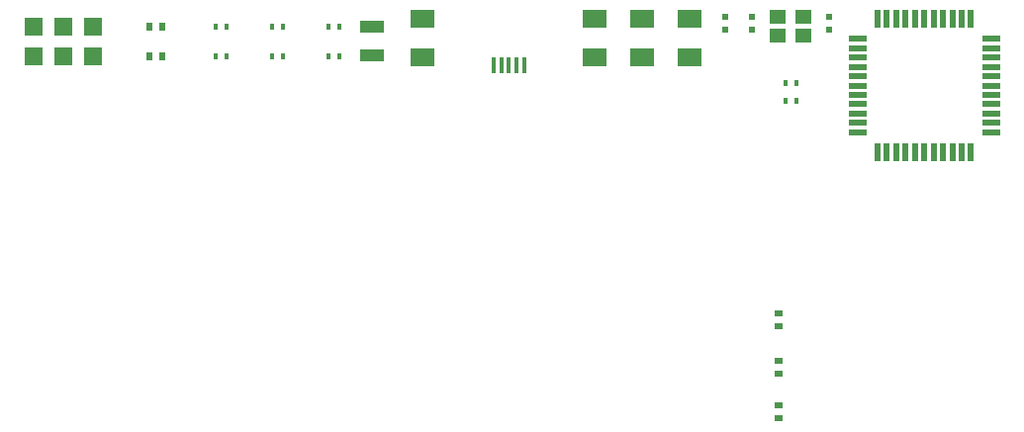
<source format=gbr>
G04 #@! TF.FileFunction,Paste,Bot*
%FSLAX46Y46*%
G04 Gerber Fmt 4.6, Leading zero omitted, Abs format (unit mm)*
G04 Created by KiCad (PCBNEW 4.0.4-stable) date Monday, 16 January 2017 'PMt' 22:58:57*
%MOMM*%
%LPD*%
G01*
G04 APERTURE LIST*
%ADD10C,0.100000*%
%ADD11R,1.500000X0.550000*%
%ADD12R,0.550000X1.500000*%
%ADD13R,0.400000X1.350000*%
%ADD14R,0.400000X0.600000*%
%ADD15R,0.700000X0.600000*%
%ADD16R,0.600000X0.700000*%
%ADD17R,2.032000X1.524000*%
%ADD18R,0.500000X0.600000*%
%ADD19R,2.029460X1.140460*%
%ADD20R,1.400000X1.200000*%
G04 APERTURE END LIST*
D10*
D11*
X191912000Y-82740000D03*
X191912000Y-81940000D03*
X191912000Y-81140000D03*
X191912000Y-80340000D03*
X191912000Y-79540000D03*
X191912000Y-78740000D03*
X191912000Y-77940000D03*
X191912000Y-77140000D03*
X191912000Y-76340000D03*
X191912000Y-75540000D03*
X191912000Y-74740000D03*
D12*
X193612000Y-73040000D03*
X194412000Y-73040000D03*
X195212000Y-73040000D03*
X196012000Y-73040000D03*
X196812000Y-73040000D03*
X197612000Y-73040000D03*
X198412000Y-73040000D03*
X199212000Y-73040000D03*
X200012000Y-73040000D03*
X200812000Y-73040000D03*
X201612000Y-73040000D03*
D11*
X203312000Y-74740000D03*
X203312000Y-75540000D03*
X203312000Y-76340000D03*
X203312000Y-77140000D03*
X203312000Y-77940000D03*
X203312000Y-78740000D03*
X203312000Y-79540000D03*
X203312000Y-80340000D03*
X203312000Y-81140000D03*
X203312000Y-81940000D03*
X203312000Y-82740000D03*
D12*
X201612000Y-84440000D03*
X200812000Y-84440000D03*
X200012000Y-84440000D03*
X199212000Y-84440000D03*
X198412000Y-84440000D03*
X197612000Y-84440000D03*
X196812000Y-84440000D03*
X196012000Y-84440000D03*
X195212000Y-84440000D03*
X194412000Y-84440000D03*
X193612000Y-84440000D03*
D13*
X160751100Y-77000540D03*
X161401100Y-77000540D03*
X162051100Y-77000540D03*
X162701100Y-77000540D03*
X163351100Y-77000540D03*
D14*
X186632000Y-78486000D03*
X185732000Y-78486000D03*
X186632000Y-80010000D03*
X185732000Y-80010000D03*
X137864000Y-73660000D03*
X136964000Y-73660000D03*
X136964000Y-76200000D03*
X137864000Y-76200000D03*
X142690000Y-73660000D03*
X141790000Y-73660000D03*
X147516000Y-76200000D03*
X146616000Y-76200000D03*
X142690000Y-76200000D03*
X141790000Y-76200000D03*
X146616000Y-73660000D03*
X147516000Y-73660000D03*
D10*
G36*
X127254000Y-72898000D02*
X127254000Y-74422000D01*
X125730000Y-74422000D01*
X125730000Y-72898000D01*
X127254000Y-72898000D01*
X127254000Y-72898000D01*
G37*
G36*
X124714000Y-72898000D02*
X124714000Y-74422000D01*
X123190000Y-74422000D01*
X123190000Y-72898000D01*
X124714000Y-72898000D01*
X124714000Y-72898000D01*
G37*
G36*
X122174000Y-72898000D02*
X122174000Y-74422000D01*
X120650000Y-74422000D01*
X120650000Y-72898000D01*
X122174000Y-72898000D01*
X122174000Y-72898000D01*
G37*
G36*
X122174000Y-75438000D02*
X122174000Y-76962000D01*
X120650000Y-76962000D01*
X120650000Y-75438000D01*
X122174000Y-75438000D01*
X122174000Y-75438000D01*
G37*
G36*
X124714000Y-75438000D02*
X124714000Y-76962000D01*
X123190000Y-76962000D01*
X123190000Y-75438000D01*
X124714000Y-75438000D01*
X124714000Y-75438000D01*
G37*
G36*
X127254000Y-75438000D02*
X127254000Y-76962000D01*
X125730000Y-76962000D01*
X125730000Y-75438000D01*
X127254000Y-75438000D01*
X127254000Y-75438000D01*
G37*
D15*
X185166000Y-98256000D03*
X185166000Y-99356000D03*
D16*
X131276000Y-76200000D03*
X132376000Y-76200000D03*
X131276000Y-73660000D03*
X132376000Y-73660000D03*
D15*
X185166000Y-102320000D03*
X185166000Y-103420000D03*
X185166000Y-106130000D03*
X185166000Y-107230000D03*
D17*
X154686000Y-76327000D03*
X154686000Y-73025000D03*
X177546000Y-76327000D03*
X177546000Y-73025000D03*
D18*
X180594000Y-73956000D03*
X180594000Y-72856000D03*
D17*
X173482000Y-76327000D03*
X173482000Y-73025000D03*
X169418000Y-76327000D03*
X169418000Y-73025000D03*
D19*
X150368000Y-76133960D03*
X150368000Y-73726040D03*
D18*
X182880000Y-73956000D03*
X182880000Y-72856000D03*
X189484000Y-72856000D03*
X189484000Y-73956000D03*
D20*
X185082000Y-72860000D03*
X187282000Y-72860000D03*
X185082000Y-74460000D03*
X187282000Y-74460000D03*
M02*

</source>
